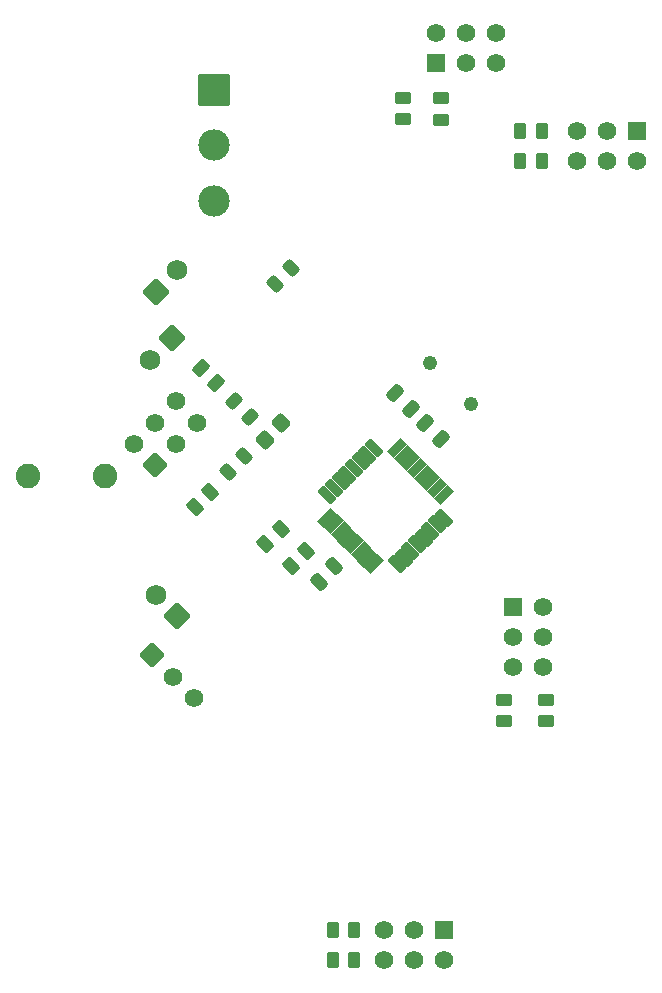
<source format=gts>
G04 #@! TF.GenerationSoftware,KiCad,Pcbnew,8.0.1*
G04 #@! TF.CreationDate,2024-06-04T09:08:57+02:00*
G04 #@! TF.ProjectId,minisumo_pcb,6d696e69-7375-46d6-9f5f-7063622e6b69,rev?*
G04 #@! TF.SameCoordinates,Original*
G04 #@! TF.FileFunction,Soldermask,Top*
G04 #@! TF.FilePolarity,Negative*
%FSLAX46Y46*%
G04 Gerber Fmt 4.6, Leading zero omitted, Abs format (unit mm)*
G04 Created by KiCad (PCBNEW 8.0.1) date 2024-06-04 09:08:57*
%MOMM*%
%LPD*%
G01*
G04 APERTURE LIST*
G04 Aperture macros list*
%AMRoundRect*
0 Rectangle with rounded corners*
0 $1 Rounding radius*
0 $2 $3 $4 $5 $6 $7 $8 $9 X,Y pos of 4 corners*
0 Add a 4 corners polygon primitive as box body*
4,1,4,$2,$3,$4,$5,$6,$7,$8,$9,$2,$3,0*
0 Add four circle primitives for the rounded corners*
1,1,$1+$1,$2,$3*
1,1,$1+$1,$4,$5*
1,1,$1+$1,$6,$7*
1,1,$1+$1,$8,$9*
0 Add four rect primitives between the rounded corners*
20,1,$1+$1,$2,$3,$4,$5,0*
20,1,$1+$1,$4,$5,$6,$7,0*
20,1,$1+$1,$6,$7,$8,$9,0*
20,1,$1+$1,$8,$9,$2,$3,0*%
G04 Aperture macros list end*
%ADD10RoundRect,0.102000X-0.685000X0.685000X-0.685000X-0.685000X0.685000X-0.685000X0.685000X0.685000X0*%
%ADD11C,1.574000*%
%ADD12RoundRect,0.243750X-0.150260X0.494975X-0.494975X0.150260X0.150260X-0.494975X0.494975X-0.150260X0*%
%ADD13RoundRect,0.250000X-0.450000X0.262500X-0.450000X-0.262500X0.450000X-0.262500X0.450000X0.262500X0*%
%ADD14RoundRect,0.250000X0.450000X-0.262500X0.450000X0.262500X-0.450000X0.262500X-0.450000X-0.262500X0*%
%ADD15RoundRect,0.250000X0.262500X0.450000X-0.262500X0.450000X-0.262500X-0.450000X0.262500X-0.450000X0*%
%ADD16RoundRect,0.102000X-1.081873X0.000000X0.000000X-1.081873X1.081873X0.000000X0.000000X1.081873X0*%
%ADD17C,1.734000*%
%ADD18RoundRect,0.102000X-1.225000X-1.225000X1.225000X-1.225000X1.225000X1.225000X-1.225000X1.225000X0*%
%ADD19C,2.654000*%
%ADD20RoundRect,0.250000X0.132583X-0.503814X0.503814X-0.132583X-0.132583X0.503814X-0.503814X0.132583X0*%
%ADD21RoundRect,0.102000X0.968736X0.000000X0.000000X0.968736X-0.968736X0.000000X0.000000X-0.968736X0*%
%ADD22RoundRect,0.052780X0.325269X0.783785X-0.783785X-0.325269X-0.325269X-0.783785X0.783785X0.325269X0*%
%ADD23RoundRect,0.135720X-0.325269X0.666491X-0.666491X0.325269X0.325269X-0.666491X0.666491X-0.325269X0*%
%ADD24C,1.234000*%
%ADD25RoundRect,0.102000X-0.685000X-0.685000X0.685000X-0.685000X0.685000X0.685000X-0.685000X0.685000X0*%
%ADD26RoundRect,0.243750X0.494975X0.150260X0.150260X0.494975X-0.494975X-0.150260X-0.150260X-0.494975X0*%
%ADD27RoundRect,0.250000X0.070711X-0.565685X0.565685X-0.070711X-0.070711X0.565685X-0.565685X0.070711X0*%
%ADD28RoundRect,0.250000X-0.159099X0.512652X-0.512652X0.159099X0.159099X-0.512652X0.512652X-0.159099X0*%
%ADD29RoundRect,0.250000X-0.132583X0.503814X-0.503814X0.132583X0.132583X-0.503814X0.503814X-0.132583X0*%
%ADD30RoundRect,0.250000X-0.262500X-0.450000X0.262500X-0.450000X0.262500X0.450000X-0.262500X0.450000X0*%
%ADD31RoundRect,0.243750X0.150260X-0.494975X0.494975X-0.150260X-0.150260X0.494975X-0.494975X0.150260X0*%
%ADD32RoundRect,0.102000X0.000000X-0.968736X0.968736X0.000000X0.000000X0.968736X-0.968736X0.000000X0*%
%ADD33RoundRect,0.102000X0.000000X1.081873X-1.081873X0.000000X0.000000X-1.081873X1.081873X0.000000X0*%
%ADD34RoundRect,0.102000X0.685000X0.685000X-0.685000X0.685000X-0.685000X-0.685000X0.685000X-0.685000X0*%
%ADD35RoundRect,0.250000X-0.503814X-0.132583X-0.132583X-0.503814X0.503814X0.132583X0.132583X0.503814X0*%
%ADD36RoundRect,0.250000X0.512652X0.159099X0.159099X0.512652X-0.512652X-0.159099X-0.159099X-0.512652X0*%
%ADD37C,2.079000*%
%ADD38RoundRect,0.250000X-0.512652X-0.159099X-0.159099X-0.512652X0.512652X0.159099X0.159099X0.512652X0*%
%ADD39RoundRect,0.102000X0.000000X-1.081873X1.081873X0.000000X0.000000X1.081873X-1.081873X0.000000X0*%
G04 APERTURE END LIST*
D10*
X139014200Y-113284000D03*
D11*
X141554200Y-113284000D03*
X139014200Y-115824000D03*
X141554200Y-115824000D03*
X139014200Y-118363999D03*
X141554200Y-118364000D03*
D12*
X116247535Y-100530303D03*
X114921709Y-101856129D03*
D13*
X133002178Y-70217177D03*
X133002178Y-72042177D03*
D14*
X141815001Y-122982500D03*
X141815001Y-121157500D03*
D15*
X141482498Y-73025000D03*
X139657498Y-73025000D03*
D16*
X110645561Y-114091242D03*
D17*
X108849509Y-112295190D03*
D18*
X113747535Y-69493216D03*
D19*
X113747535Y-74193216D03*
X113747535Y-78893216D03*
D20*
X112102300Y-104838451D03*
X113392770Y-103547981D03*
D13*
X138285000Y-121157500D03*
X138285000Y-122982500D03*
D21*
X108451484Y-117397165D03*
D11*
X110247535Y-119193216D03*
X112043586Y-120989267D03*
D22*
X133198534Y-103806264D03*
X132632849Y-103240578D03*
X132067163Y-102674893D03*
X131501478Y-102109207D03*
X130935793Y-101543522D03*
X130370107Y-100977837D03*
X129804422Y-100412151D03*
X129238736Y-99846466D03*
D23*
X127301264Y-99846466D03*
X126735578Y-100412151D03*
X126169893Y-100977837D03*
X125604207Y-101543522D03*
X125038522Y-102109207D03*
X124472837Y-102674893D03*
X123907151Y-103240578D03*
X123341466Y-103806264D03*
D22*
X123341466Y-105743736D03*
X123907151Y-106309422D03*
X124472837Y-106875107D03*
X125038522Y-107440793D03*
X125604207Y-108006478D03*
X126169893Y-108572163D03*
X126735578Y-109137849D03*
X127301264Y-109703534D03*
D23*
X129238736Y-109703534D03*
X129804422Y-109137849D03*
X130370107Y-108572163D03*
X130935793Y-108006478D03*
X131501478Y-107440793D03*
X132067163Y-106875107D03*
X132632849Y-106309422D03*
X133198534Y-105743736D03*
D13*
X129742582Y-70197823D03*
X129742582Y-72022823D03*
D24*
X135495341Y-96100341D03*
X132044659Y-92649659D03*
D25*
X132497500Y-67213216D03*
D11*
X132497500Y-64673216D03*
X135037500Y-67213216D03*
X135037500Y-64673216D03*
X137577500Y-67213216D03*
X137577500Y-64673216D03*
D26*
X116747535Y-97193216D03*
X115421709Y-95867390D03*
D27*
X118037893Y-99132107D03*
X119452107Y-97717893D03*
D28*
X123941750Y-109803250D03*
X122598248Y-111146752D03*
D29*
X121525045Y-108533398D03*
X120234575Y-109823868D03*
D30*
X139656195Y-75565000D03*
X141481195Y-75565000D03*
D31*
X118937087Y-85962913D03*
X120262913Y-84637087D03*
D30*
X123795035Y-143153216D03*
X125620035Y-143153216D03*
D32*
X108747535Y-101285318D03*
D11*
X106951484Y-99489267D03*
X110543586Y-99489267D03*
X108747535Y-97693216D03*
X112339637Y-97693216D03*
X110543586Y-95897164D03*
D20*
X118099765Y-107960235D03*
X119390235Y-106669765D03*
D33*
X108849509Y-86591242D03*
D17*
X110645561Y-84795190D03*
D34*
X133247535Y-140653216D03*
D11*
X133247535Y-143193216D03*
X130707535Y-140653216D03*
X130707535Y-143193216D03*
X128167535Y-140653216D03*
X128167535Y-143193216D03*
D34*
X149572500Y-73025000D03*
D11*
X149572500Y-75565000D03*
X147032500Y-73025000D03*
X147032500Y-75565000D03*
X144492501Y-73025000D03*
X144492500Y-75565000D03*
D35*
X112602300Y-93047981D03*
X113892770Y-94338451D03*
D36*
X130441751Y-96546751D03*
X129098249Y-95203249D03*
D37*
X97997535Y-102193216D03*
X104497535Y-102193216D03*
D15*
X125620035Y-140653216D03*
X123795035Y-140653216D03*
D38*
X131598249Y-97703249D03*
X132941751Y-99046751D03*
D39*
X110145561Y-90565190D03*
D17*
X108349509Y-92361242D03*
M02*

</source>
